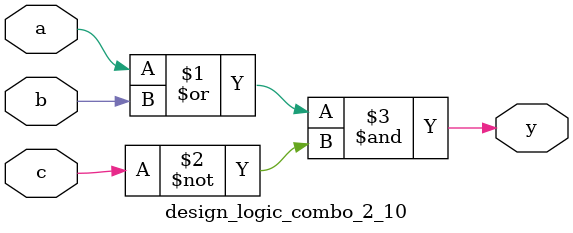
<source format=sv>
module design_logic_combo_2_10(input logic a,b,c, output logic y);
  assign y = (a | b) & (~c);
endmodule

</source>
